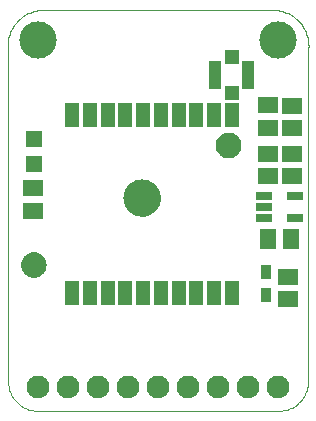
<source format=gts>
G75*
%MOIN*%
%OFA0B0*%
%FSLAX24Y24*%
%IPPOS*%
%LPD*%
%AMOC8*
5,1,8,0,0,1.08239X$1,22.5*
%
%ADD10C,0.0000*%
%ADD11R,0.0454X0.0847*%
%ADD12C,0.1241*%
%ADD13R,0.0532X0.0277*%
%ADD14R,0.0532X0.0532*%
%ADD15R,0.0651X0.0572*%
%ADD16R,0.0572X0.0651*%
%ADD17R,0.0375X0.0454*%
%ADD18C,0.0050*%
%ADD19R,0.0395X0.0926*%
%ADD20R,0.0454X0.0473*%
%ADD21C,0.0760*%
D10*
X001756Y001447D02*
X001756Y012403D01*
X001746Y012471D01*
X001741Y012539D01*
X001739Y012607D01*
X001741Y012675D01*
X001747Y012743D01*
X001757Y012811D01*
X001770Y012878D01*
X001788Y012944D01*
X001809Y013009D01*
X001833Y013072D01*
X001861Y013134D01*
X001893Y013195D01*
X001928Y013254D01*
X001966Y013310D01*
X002007Y013365D01*
X002051Y013417D01*
X002098Y013466D01*
X002148Y013513D01*
X002200Y013557D01*
X002255Y013598D01*
X002312Y013635D01*
X002371Y013670D01*
X002431Y013701D01*
X002494Y013729D01*
X002558Y013753D01*
X002623Y013773D01*
X002689Y013790D01*
X002756Y013803D01*
X010756Y013803D01*
X010823Y013790D01*
X010889Y013773D01*
X010954Y013753D01*
X011018Y013729D01*
X011081Y013701D01*
X011141Y013670D01*
X011200Y013635D01*
X011257Y013598D01*
X011312Y013557D01*
X011364Y013513D01*
X011414Y013466D01*
X011461Y013417D01*
X011505Y013365D01*
X011546Y013310D01*
X011584Y013254D01*
X011619Y013195D01*
X011651Y013134D01*
X011679Y013072D01*
X011703Y013009D01*
X011724Y012944D01*
X011742Y012878D01*
X011755Y012811D01*
X011765Y012743D01*
X011771Y012675D01*
X011773Y012607D01*
X011771Y012539D01*
X011766Y012471D01*
X011756Y012403D01*
X011756Y001447D01*
X011754Y001387D01*
X011749Y001326D01*
X011740Y001267D01*
X011727Y001208D01*
X011711Y001149D01*
X011691Y001092D01*
X011668Y001037D01*
X011641Y000982D01*
X011612Y000930D01*
X011579Y000879D01*
X011543Y000830D01*
X011505Y000784D01*
X011463Y000740D01*
X011419Y000698D01*
X011373Y000660D01*
X011324Y000624D01*
X011273Y000591D01*
X011221Y000562D01*
X011166Y000535D01*
X011111Y000512D01*
X011054Y000492D01*
X010995Y000476D01*
X010936Y000463D01*
X010877Y000454D01*
X010816Y000449D01*
X010756Y000447D01*
X002756Y000447D01*
X002696Y000449D01*
X002635Y000454D01*
X002576Y000463D01*
X002517Y000476D01*
X002458Y000492D01*
X002401Y000512D01*
X002346Y000535D01*
X002291Y000562D01*
X002239Y000591D01*
X002188Y000624D01*
X002139Y000660D01*
X002093Y000698D01*
X002049Y000740D01*
X002007Y000784D01*
X001969Y000830D01*
X001933Y000879D01*
X001900Y000930D01*
X001871Y000982D01*
X001844Y001037D01*
X001821Y001092D01*
X001801Y001149D01*
X001785Y001208D01*
X001772Y001267D01*
X001763Y001326D01*
X001758Y001387D01*
X001756Y001447D01*
X005630Y007544D02*
X005632Y007592D01*
X005638Y007640D01*
X005648Y007687D01*
X005661Y007733D01*
X005679Y007778D01*
X005699Y007822D01*
X005724Y007864D01*
X005752Y007903D01*
X005782Y007940D01*
X005816Y007974D01*
X005853Y008006D01*
X005891Y008035D01*
X005932Y008060D01*
X005975Y008082D01*
X006020Y008100D01*
X006066Y008114D01*
X006113Y008125D01*
X006161Y008132D01*
X006209Y008135D01*
X006257Y008134D01*
X006305Y008129D01*
X006353Y008120D01*
X006399Y008108D01*
X006444Y008091D01*
X006488Y008071D01*
X006530Y008048D01*
X006570Y008021D01*
X006608Y007991D01*
X006643Y007958D01*
X006675Y007922D01*
X006705Y007884D01*
X006731Y007843D01*
X006753Y007800D01*
X006773Y007756D01*
X006788Y007711D01*
X006800Y007664D01*
X006808Y007616D01*
X006812Y007568D01*
X006812Y007520D01*
X006808Y007472D01*
X006800Y007424D01*
X006788Y007377D01*
X006773Y007332D01*
X006753Y007288D01*
X006731Y007245D01*
X006705Y007204D01*
X006675Y007166D01*
X006643Y007130D01*
X006608Y007097D01*
X006570Y007067D01*
X006530Y007040D01*
X006488Y007017D01*
X006444Y006997D01*
X006399Y006980D01*
X006353Y006968D01*
X006305Y006959D01*
X006257Y006954D01*
X006209Y006953D01*
X006161Y006956D01*
X006113Y006963D01*
X006066Y006974D01*
X006020Y006988D01*
X005975Y007006D01*
X005932Y007028D01*
X005891Y007053D01*
X005853Y007082D01*
X005816Y007114D01*
X005782Y007148D01*
X005752Y007185D01*
X005724Y007224D01*
X005699Y007266D01*
X005679Y007310D01*
X005661Y007355D01*
X005648Y007401D01*
X005638Y007448D01*
X005632Y007496D01*
X005630Y007544D01*
D11*
X005670Y010299D03*
X005080Y010299D03*
X004489Y010299D03*
X003899Y010299D03*
X006261Y010299D03*
X006851Y010299D03*
X007442Y010299D03*
X008032Y010299D03*
X008623Y010299D03*
X009214Y010299D03*
X009214Y004394D03*
X008623Y004394D03*
X008032Y004394D03*
X007442Y004394D03*
X006851Y004394D03*
X006261Y004394D03*
X005670Y004394D03*
X005080Y004394D03*
X004489Y004394D03*
X003899Y004394D03*
D12*
X006221Y007544D03*
X002756Y012803D03*
X010756Y012803D03*
D13*
X010294Y007611D03*
X010294Y007237D03*
X010294Y006863D03*
X011318Y006863D03*
X011318Y007611D03*
D14*
X002616Y008683D03*
X002616Y009510D03*
D15*
X002597Y007871D03*
X002597Y007123D03*
X010406Y008263D03*
X010406Y009011D03*
X011206Y009011D03*
X011206Y008263D03*
X011206Y009863D03*
X010406Y009882D03*
X010406Y010630D03*
X011206Y010611D03*
X011097Y004921D03*
X011097Y004173D03*
D16*
X011180Y006187D03*
X010432Y006187D03*
D17*
X010356Y005090D03*
X010356Y004303D03*
D18*
X009174Y008909D02*
X009241Y008927D01*
X009303Y008956D01*
X009359Y008995D01*
X009408Y009044D01*
X009447Y009100D01*
X009476Y009162D01*
X009494Y009228D01*
X009500Y009297D01*
X009494Y009365D01*
X009476Y009431D01*
X009447Y009494D01*
X009408Y009550D01*
X009359Y009598D01*
X009303Y009638D01*
X009241Y009667D01*
X009174Y009684D01*
X009106Y009690D01*
X009038Y009684D01*
X008971Y009667D01*
X008909Y009638D01*
X008853Y009598D01*
X008805Y009550D01*
X008765Y009494D01*
X008736Y009431D01*
X008718Y009365D01*
X008712Y009297D01*
X008718Y009228D01*
X008736Y009162D01*
X008765Y009100D01*
X008805Y009044D01*
X008853Y008995D01*
X008909Y008956D01*
X008971Y008927D01*
X009038Y008909D01*
X009106Y008903D01*
X009174Y008909D01*
X009257Y008934D02*
X008955Y008934D01*
X008871Y008983D02*
X009342Y008983D01*
X009395Y009031D02*
X008817Y009031D01*
X008779Y009080D02*
X009433Y009080D01*
X009460Y009128D02*
X008752Y009128D01*
X008732Y009177D02*
X009480Y009177D01*
X009493Y009225D02*
X008719Y009225D01*
X008714Y009274D02*
X009498Y009274D01*
X009498Y009322D02*
X008715Y009322D01*
X008720Y009371D02*
X009492Y009371D01*
X009479Y009419D02*
X008733Y009419D01*
X008753Y009468D02*
X009459Y009468D01*
X009431Y009516D02*
X008781Y009516D01*
X008820Y009565D02*
X009393Y009565D01*
X009338Y009613D02*
X008874Y009613D01*
X008961Y009662D02*
X009251Y009662D01*
X002956Y005511D02*
X002985Y005449D01*
X003003Y005383D01*
X003009Y005314D01*
X003003Y005246D01*
X002985Y005180D01*
X002956Y005118D01*
X002917Y005061D01*
X002868Y005013D01*
X002812Y004973D01*
X002750Y004944D01*
X002684Y004927D01*
X002615Y004921D01*
X002547Y004927D01*
X002481Y004944D01*
X002418Y004973D01*
X002362Y005013D01*
X002314Y005061D01*
X002274Y005118D01*
X002245Y005180D01*
X002227Y005246D01*
X002221Y005314D01*
X002227Y005383D01*
X002245Y005449D01*
X002274Y005511D01*
X002314Y005567D01*
X002362Y005616D01*
X002418Y005655D01*
X002481Y005684D01*
X002547Y005702D01*
X002615Y005708D01*
X002684Y005702D01*
X002750Y005684D01*
X002812Y005655D01*
X002868Y005616D01*
X002917Y005567D01*
X002956Y005511D01*
X002966Y005491D02*
X002265Y005491D01*
X002243Y005442D02*
X002987Y005442D01*
X003000Y005394D02*
X002230Y005394D01*
X002224Y005345D02*
X003006Y005345D01*
X003007Y005297D02*
X002223Y005297D01*
X002227Y005248D02*
X003003Y005248D01*
X002990Y005200D02*
X002240Y005200D01*
X002259Y005151D02*
X002972Y005151D01*
X002946Y005103D02*
X002285Y005103D01*
X002321Y005054D02*
X002910Y005054D01*
X002858Y005006D02*
X002372Y005006D01*
X002453Y004957D02*
X002777Y004957D01*
X002937Y005539D02*
X002294Y005539D01*
X002334Y005588D02*
X002897Y005588D01*
X002839Y005636D02*
X002391Y005636D01*
X002482Y005685D02*
X002749Y005685D01*
D19*
X008665Y011647D03*
X009747Y011647D03*
D20*
X009206Y012247D03*
X009206Y011046D03*
D21*
X008756Y001247D03*
X009756Y001247D03*
X010756Y001247D03*
X007756Y001247D03*
X006756Y001247D03*
X005756Y001247D03*
X004756Y001247D03*
X003756Y001247D03*
X002756Y001247D03*
M02*

</source>
